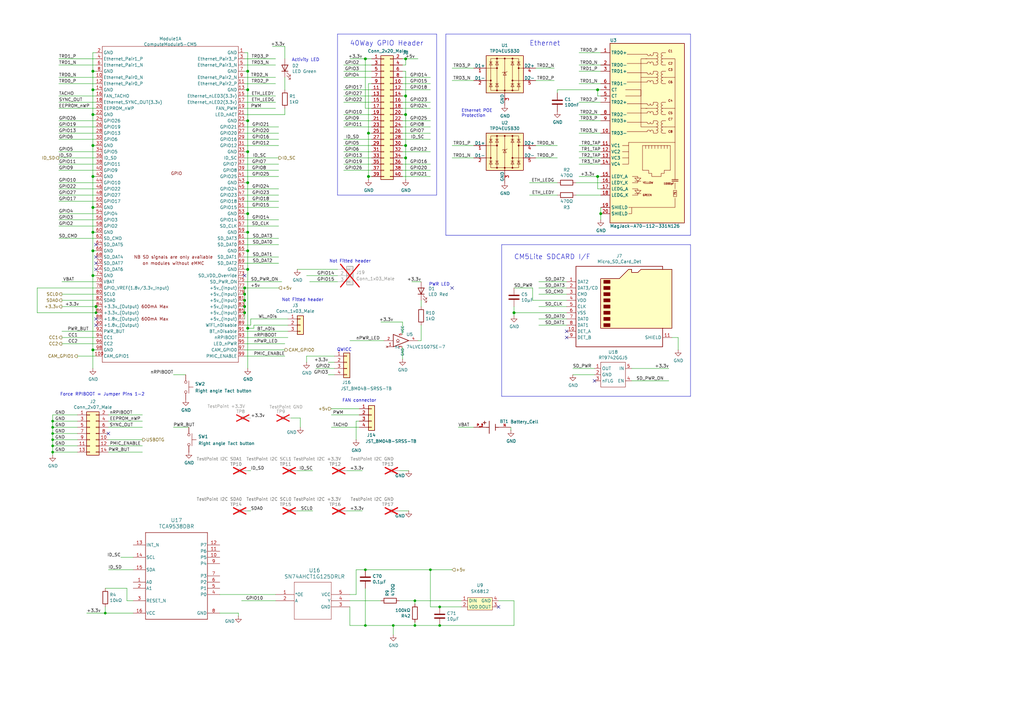
<source format=kicad_sch>
(kicad_sch (version 20250114) (generator "eeschema") (generator_version "9.0")
  (paper "A3")
  (title_block (title "Compute Module 5 IO Board - GPIO - Ethernet") (rev "1") (company "Copyright © 2024 Raspberry Pi Ltd.") (comment 1 "www.raspberrypi.com"))
  (text "QWICC" (at 138.176 144.272 0) (effects (font (size 1.27 1.27)) (justify left bottom)))
  (text "40Way GPIO Header" (at 143.51 19.05 0) (effects (font (size 2.007 2.007)) (justify left bottom)))
  (text "Activity LED" (at 119.634 25.4 0) (effects (font (size 1.27 1.27)) (justify left bottom)))
  (text "FAN connector\n" (at 140.335 165.1 0) (effects (font (size 1.27 1.27)) (justify left bottom)))
  (text "Ethernet POE\nProtection" (at 189.23 48.26 0) (effects (font (size 1.27 1.27)) (justify left bottom)))
  (text "Not Fitted header" (at 132.715 123.825 0) (effects (font (size 1.27 1.27)) (justify right bottom)))
  (text "Force RPIBOOT = Jumper Pins 1-2 \n" (at 60.325 162.56 0) (effects (font (size 1.27 1.27)) (justify right bottom)))
  (text "Not Fitted header" (at 152.146 107.95 0) (effects (font (size 1.27 1.27)) (justify right bottom)))
  (text "PWR LED" (at 175.895 117.475 0) (effects (font (size 1.27 1.27)) (justify left bottom)))
  (text "Ethernet" (at 217.17 19.05 0) (effects (font (size 2.0066 2.0066)) (justify left bottom)))
  (text "CM5Lite SDCARD I/F" (at 210.82 106.68 0) (effects (font (size 2.007 2.007)) (justify left bottom)))
  (junction (at 101.6 36.83) (diameter 1.016))
  (junction (at 245.11 72.39) (diameter 1.016))
  (junction (at 101.6 29.21) (diameter 1.016))
  (junction (at 101.6 102.87) (diameter 1.016))
  (junction (at 38.1 113.03) (diameter 1.016))
  (junction (at 149.86 256.54))
  (junction (at 246.38 87.63) (diameter 1.016))
  (junction (at 38.1 46.99) (diameter 1.016))
  (junction (at 100.33 125.73) (diameter 1.016))
  (junction (at 161.29 256.54))
  (junction (at 151.13 54.61) (diameter 1.016))
  (junction (at 43.18 251.46))
  (junction (at 166.37 39.37) (diameter 1.016))
  (junction (at 21.59 175.26))
  (junction (at 149.86 233.68))
  (junction (at 38.1 72.39) (diameter 1.016))
  (junction (at 100.33 123.19) (diameter 1.016))
  (junction (at 38.1 143.51) (diameter 1.016))
  (junction (at 166.37 59.69) (diameter 1.016))
  (junction (at 38.1 59.69) (diameter 1.016))
  (junction (at 101.6 62.23) (diameter 1.016))
  (junction (at 38.1 95.25) (diameter 1.016))
  (junction (at 100.33 118.11) (diameter 1.016))
  (junction (at 101.6 95.25) (diameter 1.016))
  (junction (at 166.37 64.77) (diameter 1.016))
  (junction (at 170.18 256.54))
  (junction (at 210.82 128.27) (diameter 1.016))
  (junction (at 166.37 24.13) (diameter 1.016))
  (junction (at 101.6 87.63) (diameter 1.016))
  (junction (at 176.53 233.68))
  (junction (at 166.37 46.99) (diameter 1.016))
  (junction (at 170.18 246.38))
  (junction (at 38.1 85.09) (diameter 1.016))
  (junction (at 100.33 120.65) (diameter 1.016))
  (junction (at 38.1 36.83) (diameter 1.016))
  (junction (at 39.37 128.27))
  (junction (at 39.37 125.73) (diameter 1.016))
  (junction (at 21.59 172.72))
  (junction (at 38.1 102.87) (diameter 1.016))
  (junction (at 38.1 29.21) (diameter 1.016))
  (junction (at 21.59 177.8))
  (junction (at 245.11 36.83) (diameter 1.016))
  (junction (at 100.33 128.27) (diameter 1.016))
  (junction (at 180.34 248.92))
  (junction (at 151.13 72.39) (diameter 1.016))
  (junction (at 21.59 185.42))
  (junction (at 101.6 110.49) (diameter 1.016))
  (junction (at 180.34 256.54))
  (junction (at 101.6 134.62) (diameter 1.016))
  (junction (at 101.6 49.53) (diameter 1.016))
  (junction (at 21.59 182.88))
  (junction (at 21.59 180.34))
  (junction (at 101.6 74.93) (diameter 1.016))
  (junction (at 149.86 24.13) (diameter 1.016))
  (no_connect (at 39.37 130.81))
  (no_connect (at 39.37 107.95))
  (no_connect (at 100.33 113.03))
  (no_connect (at 185.42 118.11))
  (no_connect (at 39.37 100.33))
  (no_connect (at 243.84 156.21))
  (no_connect (at 39.37 133.35))
  (no_connect (at 39.37 105.41))
  (no_connect (at 232.41 138.43))
  (no_connect (at 232.41 135.89))
  (no_connect (at 44.45 177.8))
  (no_connect (at 39.37 110.49))
  (no_connect (at 204.47 248.92))
  (wire (pts (xy 275.59 138.43) (xy 278.13 138.43)))
  (wire (pts (xy 101.6 110.49) (xy 101.6 134.62)))
  (polyline (pts (xy 138.43 13.97) (xy 138.43 80.01)) (stroke (width 0) (type solid)))
  (wire (pts (xy 44.45 175.26) (xy 58.42 175.26)))
  (polyline (pts (xy 138.43 80.01) (xy 179.07 80.01)) (stroke (width 0) (type solid)))
  (wire (pts (xy 143.51 256.54) (xy 143.51 248.92)))
  (wire (pts (xy 100.33 135.89) (xy 118.11 135.89)))
  (wire (pts (xy 176.53 233.68) (xy 185.42 233.68)))
  (wire (pts (xy 100.33 102.87) (xy 101.6 102.87)))
  (wire (pts (xy 24.13 90.17) (xy 39.37 90.17)))
  (wire (pts (xy 237.49 41.91) (xy 246.38 41.91)))
  (wire (pts (xy 142.24 193.04) (xy 148.59 193.04)))
  (wire (pts (xy 165.1 52.07) (xy 176.53 52.07)))
  (wire (pts (xy 24.13 44.45) (xy 39.37 44.45)))
  (wire (pts (xy 100.33 95.25) (xy 101.6 95.25)))
  (wire (pts (xy 165.1 34.29) (xy 176.53 34.29)))
  (wire (pts (xy 101.6 102.87) (xy 101.6 110.49)))
  (wire (pts (xy 100.33 100.33) (xy 114.3 100.33)))
  (wire (pts (xy 217.17 74.93) (xy 228.6 74.93)))
  (wire (pts (xy 170.18 256.54) (xy 161.29 256.54)))
  (wire (pts (xy 39.37 128.27) (xy 39.37 125.73)))
  (wire (pts (xy 21.59 172.72) (xy 31.75 172.72)))
  (wire (pts (xy 43.18 241.3) (xy 52.07 241.3)))
  (wire (pts (xy 100.33 118.11) (xy 114.3 118.11)))
  (wire (pts (xy 101.6 36.83) (xy 101.6 49.53)))
  (wire (pts (xy 44.45 172.72) (xy 58.42 172.72)))
  (wire (pts (xy 24.13 92.71) (xy 39.37 92.71)))
  (wire (pts (xy 116.84 31.75) (xy 116.84 36.83)))
  (wire (pts (xy 121.92 209.55) (xy 128.27 209.55)))
  (wire (pts (xy 24.13 31.75) (xy 39.37 31.75)))
  (wire (pts (xy 149.86 241.3) (xy 149.86 256.54)))
  (wire (pts (xy 24.13 77.47) (xy 39.37 77.47)))
  (wire (pts (xy 121.92 193.04) (xy 128.27 193.04)))
  (wire (pts (xy 100.33 29.21) (xy 101.6 29.21)))
  (wire (pts (xy 220.98 120.65) (xy 232.41 120.65)))
  (wire (pts (xy 21.59 170.18) (xy 31.75 170.18)))
  (wire (pts (xy 100.33 90.17) (xy 114.3 90.17)))
  (wire (pts (xy 21.59 185.42) (xy 31.75 185.42)))
  (wire (pts (xy 24.13 82.55) (xy 39.37 82.55)))
  (wire (pts (xy 166.37 64.77) (xy 166.37 59.69)))
  (wire (pts (xy 24.13 80.01) (xy 39.37 80.01)))
  (wire (pts (xy 100.33 34.29) (xy 113.03 34.29)))
  (wire (pts (xy 39.37 36.83) (xy 38.1 36.83)))
  (wire (pts (xy 143.51 246.38) (xy 156.21 246.38)))
  (wire (pts (xy 100.33 44.45) (xy 113.03 44.45)))
  (wire (pts (xy 100.33 31.75) (xy 113.03 31.75)))
  (wire (pts (xy 102.87 133.35) (xy 102.87 130.81)))
  (wire (pts (xy 24.13 67.31) (xy 39.37 67.31)))
  (wire (pts (xy 237.49 59.69) (xy 246.38 59.69)))
  (wire (pts (xy 104.14 133.35) (xy 118.11 133.35)))
  (wire (pts (xy 100.33 87.63) (xy 101.6 87.63)))
  (wire (pts (xy 166.37 39.37) (xy 166.37 46.99)))
  (wire (pts (xy 24.13 39.37) (xy 39.37 39.37)))
  (wire (pts (xy 39.37 21.59) (xy 38.1 21.59)))
  (wire (pts (xy 101.6 21.59) (xy 101.6 29.21)))
  (wire (pts (xy 236.22 80.01) (xy 246.38 80.01)))
  (wire (pts (xy 15.24 118.11) (xy 39.37 118.11)))
  (wire (pts (xy 101.6 29.21) (xy 101.6 36.83)))
  (wire (pts (xy 38.1 143.51) (xy 38.1 151.13)))
  (wire (pts (xy 165.1 67.31) (xy 176.53 67.31)))
  (wire (pts (xy 146.05 172.72) (xy 146.05 180.34)))
  (wire (pts (xy 219.71 33.02) (xy 227.33 33.02)))
  (wire (pts (xy 165.1 142.24) (xy 165.1 147.32)))
  (wire (pts (xy 100.33 57.15) (xy 114.3 57.15)))
  (wire (pts (xy 165.1 137.16) (xy 165.1 132.08)))
  (wire (pts (xy 100.33 143.51) (xy 116.84 143.51)))
  (wire (pts (xy 187.96 175.26) (xy 194.31 175.26)))
  (wire (pts (xy 210.82 246.38) (xy 210.82 256.54)))
  (wire (pts (xy 125.73 148.59) (xy 125.73 146.05)))
  (wire (pts (xy 166.37 46.99) (xy 165.1 46.99)))
  (wire (pts (xy 100.33 107.95) (xy 114.3 107.95)))
  (wire (pts (xy 100.33 80.01) (xy 114.3 80.01)))
  (wire (pts (xy 52.07 246.38) (xy 54.61 246.38)))
  (wire (pts (xy 151.13 72.39) (xy 151.13 73.66)))
  (wire (pts (xy 25.4 138.43) (xy 39.37 138.43)))
  (wire (pts (xy 101.6 95.25) (xy 101.6 102.87)))
  (wire (pts (xy 38.1 72.39) (xy 38.1 85.09)))
  (wire (pts (xy 210.82 128.27) (xy 232.41 128.27)))
  (wire (pts (xy 125.73 146.05) (xy 137.16 146.05)))
  (wire (pts (xy 90.17 243.84) (xy 113.03 243.84)))
  (wire (pts (xy 101.6 49.53) (xy 101.6 62.23)))
  (wire (pts (xy 24.13 74.93) (xy 39.37 74.93)))
  (polyline (pts (xy 182.88 13.97) (xy 283.21 13.97)) (stroke (width 0) (type solid)))
  (wire (pts (xy 100.33 140.97) (xy 116.84 140.97)))
  (wire (pts (xy 165.1 36.83) (xy 176.53 36.83)))
  (wire (pts (xy 149.86 44.45) (xy 152.4 44.45)))
  (wire (pts (xy 39.37 29.21) (xy 38.1 29.21)))
  (wire (pts (xy 21.59 180.34) (xy 31.75 180.34)))
  (wire (pts (xy 44.45 182.88) (xy 58.42 182.88)))
  (polyline (pts (xy 179.07 13.97) (xy 138.43 13.97)) (stroke (width 0) (type solid)))
  (wire (pts (xy 25.4 140.97) (xy 39.37 140.97)))
  (wire (pts (xy 25.4 135.89) (xy 39.37 135.89)))
  (wire (pts (xy 100.33 128.27) (xy 100.33 130.81)))
  (wire (pts (xy 44.45 170.18) (xy 58.42 170.18)))
  (wire (pts (xy 243.84 153.67) (xy 234.95 153.67)))
  (wire (pts (xy 246.38 36.83) (xy 245.11 36.83)))
  (wire (pts (xy 194.31 64.77) (xy 185.42 64.77)))
  (wire (pts (xy 140.97 49.53) (xy 152.4 49.53)))
  (wire (pts (xy 100.33 41.91) (xy 113.03 41.91)))
  (wire (pts (xy 21.59 177.8) (xy 21.59 180.34)))
  (wire (pts (xy 100.33 115.57) (xy 115.57 115.57)))
  (wire (pts (xy 114.3 97.79) (xy 100.33 97.79)))
  (wire (pts (xy 24.13 26.67) (xy 39.37 26.67)))
  (wire (pts (xy 166.37 24.13) (xy 171.45 24.13)))
  (wire (pts (xy 43.18 251.46) (xy 54.61 251.46)))
  (wire (pts (xy 217.17 80.01) (xy 228.6 80.01)))
  (wire (pts (xy 24.13 49.53) (xy 39.37 49.53)))
  (wire (pts (xy 243.84 151.13) (xy 234.95 151.13)))
  (wire (pts (xy 140.97 59.69) (xy 152.4 59.69)))
  (wire (pts (xy 97.79 251.46) (xy 97.79 252.73)))
  (wire (pts (xy 100.33 120.65) (xy 100.33 123.19)))
  (wire (pts (xy 237.49 26.67) (xy 246.38 26.67)))
  (wire (pts (xy 134.62 153.67) (xy 137.16 153.67)))
  (wire (pts (xy 100.33 74.93) (xy 101.6 74.93)))
  (wire (pts (xy 100.33 39.37) (xy 113.03 39.37)))
  (wire (pts (xy 143.51 256.54) (xy 149.86 256.54)))
  (wire (pts (xy 140.97 67.31) (xy 152.4 67.31)))
  (wire (pts (xy 146.05 233.68) (xy 149.86 233.68)))
  (wire (pts (xy 210.82 125.73) (xy 210.82 128.27)))
  (wire (pts (xy 165.1 41.91) (xy 176.53 41.91)))
  (polyline (pts (xy 283.21 162.56) (xy 205.74 162.56)) (stroke (width 0) (type solid)))
  (wire (pts (xy 140.97 46.99) (xy 152.4 46.99)))
  (wire (pts (xy 100.33 138.43) (xy 118.11 138.43)))
  (wire (pts (xy 90.17 251.46) (xy 97.79 251.46)))
  (wire (pts (xy 38.1 95.25) (xy 39.37 95.25)))
  (wire (pts (xy 123.19 175.26) (xy 123.19 171.45)))
  (wire (pts (xy 44.45 185.42) (xy 58.42 185.42)))
  (wire (pts (xy 218.44 123.19) (xy 218.44 118.11)))
  (wire (pts (xy 38.1 102.87) (xy 38.1 113.03)))
  (wire (pts (xy 38.1 85.09) (xy 38.1 95.25)))
  (wire (pts (xy 31.75 146.05) (xy 39.37 146.05)))
  (wire (pts (xy 116.84 19.05) (xy 116.84 24.13)))
  (wire (pts (xy 35.56 251.46) (xy 43.18 251.46)))
  (wire (pts (xy 152.4 34.29) (xy 151.13 34.29)))
  (wire (pts (xy 163.83 193.04) (xy 167.64 193.04)))
  (wire (pts (xy 237.49 64.77) (xy 246.38 64.77)))
  (wire (pts (xy 21.59 175.26) (xy 31.75 175.26)))
  (wire (pts (xy 125.73 113.03) (xy 138.43 113.03)))
  (wire (pts (xy 236.22 74.93) (xy 246.38 74.93)))
  (wire (pts (xy 149.86 233.68) (xy 176.53 233.68)))
  (wire (pts (xy 43.18 248.92) (xy 43.18 251.46)))
  (wire (pts (xy 140.97 62.23) (xy 152.4 62.23)))
  (wire (pts (xy 237.49 29.21) (xy 246.38 29.21)))
  (wire (pts (xy 165.1 72.39) (xy 176.53 72.39)))
  (wire (pts (xy 165.1 24.13) (xy 166.37 24.13)))
  (wire (pts (xy 104.14 134.62) (xy 104.14 133.35)))
  (wire (pts (xy 101.6 134.62) (xy 101.6 151.13)))
  (wire (pts (xy 278.13 138.43) (xy 278.13 143.51)))
  (wire (pts (xy 121.92 110.49) (xy 138.43 110.49)))
  (wire (pts (xy 38.1 59.69) (xy 38.1 72.39)))
  (wire (pts (xy 21.59 177.8) (xy 31.75 177.8)))
  (wire (pts (xy 38.1 113.03) (xy 39.37 113.03)))
  (wire (pts (xy 38.1 72.39) (xy 39.37 72.39)))
  (wire (pts (xy 24.13 54.61) (xy 39.37 54.61)))
  (wire (pts (xy 134.62 148.59) (xy 137.16 148.59)))
  (wire (pts (xy 100.33 52.07) (xy 114.3 52.07)))
  (wire (pts (xy 180.34 256.54) (xy 210.82 256.54)))
  (wire (pts (xy 246.38 87.63) (xy 246.38 90.17)))
  (wire (pts (xy 189.23 248.92) (xy 180.34 248.92)))
  (wire (pts (xy 24.13 97.79) (xy 39.37 97.79)))
  (wire (pts (xy 237.49 49.53) (xy 246.38 49.53)))
  (wire (pts (xy 24.13 24.13) (xy 39.37 24.13)))
  (polyline (pts (xy 283.21 100.33) (xy 283.21 162.56)) (stroke (width 0) (type solid)))
  (wire (pts (xy 100.33 62.23) (xy 101.6 62.23)))
  (wire (pts (xy 143.51 24.13) (xy 149.86 24.13)))
  (wire (pts (xy 246.38 85.09) (xy 246.38 87.63)))
  (wire (pts (xy 100.33 24.13) (xy 113.03 24.13)))
  (wire (pts (xy 100.33 36.83) (xy 101.6 36.83)))
  (wire (pts (xy 38.1 95.25) (xy 38.1 102.87)))
  (wire (pts (xy 101.6 209.55) (xy 102.87 209.55)))
  (wire (pts (xy 172.72 133.35) (xy 172.72 139.7)))
  (wire (pts (xy 129.54 151.13) (xy 137.16 151.13)))
  (wire (pts (xy 39.37 143.51) (xy 38.1 143.51)))
  (wire (pts (xy 204.47 246.38) (xy 210.82 246.38)))
  (wire (pts (xy 24.13 57.15) (xy 39.37 57.15)))
  (wire (pts (xy 127 115.57) (xy 138.43 115.57)))
  (wire (pts (xy 166.37 64.77) (xy 166.37 73.66)))
  (wire (pts (xy 185.42 59.69) (xy 194.31 59.69)))
  (wire (pts (xy 245.11 39.37) (xy 245.11 36.83)))
  (wire (pts (xy 220.98 130.81) (xy 232.41 130.81)))
  (wire (pts (xy 25.4 123.19) (xy 39.37 123.19)))
  (wire (pts (xy 38.1 113.03) (xy 38.1 143.51)))
  (wire (pts (xy 165.1 132.08) (xy 156.21 132.08)))
  (wire (pts (xy 237.49 72.39) (xy 245.11 72.39)))
  (wire (pts (xy 172.72 123.19) (xy 172.72 125.73)))
  (wire (pts (xy 228.6 36.83) (xy 245.11 36.83)))
  (wire (pts (xy 102.87 130.81) (xy 118.11 130.81)))
  (wire (pts (xy 100.33 146.05) (xy 116.84 146.05)))
  (wire (pts (xy 220.98 115.57) (xy 232.41 115.57)))
  (wire (pts (xy 100.33 64.77) (xy 114.3 64.77)))
  (wire (pts (xy 140.97 36.83) (xy 152.4 36.83)))
  (wire (pts (xy 259.08 151.13) (xy 274.32 151.13)))
  (wire (pts (xy 101.6 87.63) (xy 101.6 95.25)))
  (wire (pts (xy 146.05 233.68) (xy 146.05 243.84)))
  (wire (pts (xy 147.32 172.72) (xy 146.05 172.72)))
  (wire (pts (xy 100.33 54.61) (xy 114.3 54.61)))
  (wire (pts (xy 245.11 77.47) (xy 245.11 72.39)))
  (wire (pts (xy 237.49 21.59) (xy 246.38 21.59)))
  (wire (pts (xy 116.84 46.99) (xy 116.84 44.45)))
  (wire (pts (xy 100.33 133.35) (xy 102.87 133.35)))
  (wire (pts (xy 100.33 69.85) (xy 114.3 69.85)))
  (wire (pts (xy 114.3 105.41) (xy 100.33 105.41)))
  (wire (pts (xy 163.83 209.55) (xy 167.64 209.55)))
  (polyline (pts (xy 283.21 96.52) (xy 182.88 96.52)) (stroke (width 0) (type solid)))
  (wire (pts (xy 163.83 246.38) (xy 170.18 246.38)))
  (wire (pts (xy 140.97 29.21) (xy 152.4 29.21)))
  (wire (pts (xy 219.71 27.94) (xy 227.33 27.94)))
  (wire (pts (xy 123.19 171.45) (xy 119.38 171.45)))
  (wire (pts (xy 21.59 180.34) (xy 21.59 182.88)))
  (wire (pts (xy 170.18 246.38) (xy 189.23 246.38)))
  (polyline (pts (xy 182.88 96.52) (xy 182.88 13.97)) (stroke (width 0) (type solid)))
  (wire (pts (xy 170.18 256.54) (xy 180.34 256.54)))
  (wire (pts (xy 209.55 176.53) (xy 209.55 175.26)))
  (wire (pts (xy 100.33 85.09) (xy 114.3 85.09)))
  (polyline (pts (xy 205.74 162.56) (xy 205.74 100.33)) (stroke (width 0) (type solid)))
  (wire (pts (xy 135.89 170.18) (xy 147.32 170.18)))
  (wire (pts (xy 140.97 26.67) (xy 152.4 26.67)))
  (wire (pts (xy 166.37 59.69) (xy 166.37 46.99)))
  (wire (pts (xy 24.13 34.29) (xy 39.37 34.29)))
  (wire (pts (xy 165.1 31.75) (xy 176.53 31.75)))
  (wire (pts (xy 71.12 153.67) (xy 76.2 153.67)))
  (wire (pts (xy 165.1 62.23) (xy 176.53 62.23)))
  (wire (pts (xy 140.97 57.15) (xy 152.4 57.15)))
  (wire (pts (xy 185.42 27.94) (xy 194.31 27.94)))
  (wire (pts (xy 25.4 125.73) (xy 39.37 125.73)))
  (wire (pts (xy 99.06 246.38) (xy 113.03 246.38)))
  (wire (pts (xy 165.1 59.69) (xy 166.37 59.69)))
  (wire (pts (xy 100.33 59.69) (xy 114.3 59.69)))
  (wire (pts (xy 166.37 39.37) (xy 165.1 39.37)))
  (wire (pts (xy 245.11 72.39) (xy 246.38 72.39)))
  (wire (pts (xy 135.89 175.26) (xy 147.32 175.26)))
  (polyline (pts (xy 205.74 100.33) (xy 283.21 100.33)) (stroke (width 0) (type solid)))
  (wire (pts (xy 151.13 34.29) (xy 151.13 54.61)))
  (wire (pts (xy 114.3 92.71) (xy 100.33 92.71)))
  (wire (pts (xy 100.33 67.31) (xy 114.3 67.31)))
  (wire (pts (xy 140.97 31.75) (xy 152.4 31.75)))
  (wire (pts (xy 140.97 39.37) (xy 152.4 39.37)))
  (polyline (pts (xy 179.07 13.97) (xy 179.07 80.01)) (stroke (width 0) (type solid)))
  (polyline (pts (xy 283.21 13.97) (xy 283.21 96.52)) (stroke (width 0) (type solid)))
  (wire (pts (xy 149.86 24.13) (xy 149.86 44.45)))
  (wire (pts (xy 21.59 182.88) (xy 31.75 182.88)))
  (wire (pts (xy 166.37 29.21) (xy 166.37 39.37)))
  (wire (pts (xy 24.13 64.77) (xy 39.37 64.77)))
  (wire (pts (xy 142.24 209.55) (xy 148.59 209.55)))
  (wire (pts (xy 172.72 139.7) (xy 171.45 139.7)))
  (wire (pts (xy 165.1 26.67) (xy 166.37 26.67)))
  (wire (pts (xy 180.34 248.92) (xy 176.53 248.92)))
  (wire (pts (xy 161.29 260.35) (xy 161.29 256.54)))
  (wire (pts (xy 25.4 120.65) (xy 39.37 120.65)))
  (wire (pts (xy 38.1 36.83) (xy 38.1 46.99)))
  (wire (pts (xy 101.6 193.04) (xy 102.87 193.04)))
  (wire (pts (xy 100.33 46.99) (xy 116.84 46.99)))
  (wire (pts (xy 151.13 72.39) (xy 152.4 72.39)))
  (wire (pts (xy 185.42 33.02) (xy 194.31 33.02)))
  (wire (pts (xy 24.13 52.07) (xy 39.37 52.07)))
  (wire (pts (xy 151.13 54.61) (xy 152.4 54.61)))
  (wire (pts (xy 170.18 256.54) (xy 170.18 255.27)))
  (wire (pts (xy 140.97 69.85) (xy 152.4 69.85)))
  (wire (pts (xy 237.49 67.31) (xy 246.38 67.31)))
  (wire (pts (xy 219.71 59.69) (xy 228.6 59.69)))
  (wire (pts (xy 172.72 115.57) (xy 168.91 115.57)))
  (wire (pts (xy 21.59 185.42) (xy 21.59 186.69)))
  (wire (pts (xy 100.33 72.39) (xy 114.3 72.39)))
  (wire (pts (xy 25.4 115.57) (xy 39.37 115.57)))
  (wire (pts (xy 38.1 29.21) (xy 38.1 36.83)))
  (wire (pts (xy 49.53 228.6) (xy 54.61 228.6)))
  (wire (pts (xy 100.33 21.59) (xy 101.6 21.59)))
  (wire (pts (xy 165.1 49.53) (xy 176.53 49.53)))
  (wire (pts (xy 237.49 34.29) (xy 246.38 34.29)))
  (wire (pts (xy 100.33 110.49) (xy 101.6 110.49)))
  (wire (pts (xy 176.53 248.92) (xy 176.53 233.68)))
  (wire (pts (xy 246.38 77.47) (xy 245.11 77.47)))
  (wire (pts (xy 143.51 139.7) (xy 157.48 139.7)))
  (wire (pts (xy 24.13 69.85) (xy 39.37 69.85)))
  (wire (pts (xy 24.13 87.63) (xy 39.37 87.63)))
  (wire (pts (xy 100.33 118.11) (xy 100.33 120.65)))
  (wire (pts (xy 21.59 170.18) (xy 21.59 172.72)))
  (wire (pts (xy 111.76 19.05) (xy 116.84 19.05)))
  (wire (pts (xy 210.82 128.27) (xy 210.82 129.54)))
  (wire (pts (xy 100.33 49.53) (xy 101.6 49.53)))
  (wire (pts (xy 151.13 54.61) (xy 151.13 72.39)))
  (wire (pts (xy 15.24 118.11) (xy 15.24 128.27)))
  (wire (pts (xy 100.33 26.67) (xy 113.03 26.67)))
  (wire (pts (xy 232.41 123.19) (xy 218.44 123.19)))
  (wire (pts (xy 165.1 44.45) (xy 176.53 44.45)))
  (wire (pts (xy 24.13 62.23) (xy 39.37 62.23)))
  (wire (pts (xy 237.49 46.99) (xy 246.38 46.99)))
  (wire (pts (xy 237.49 62.23) (xy 246.38 62.23)))
  (wire (pts (xy 219.71 64.77) (xy 228.6 64.77)))
  (wire (pts (xy 24.13 41.91) (xy 39.37 41.91)))
  (wire (pts (xy 259.08 156.21) (xy 274.32 156.21)))
  (wire (pts (xy 21.59 172.72) (xy 21.59 175.26)))
  (wire (pts (xy 101.6 74.93) (xy 101.6 87.63)))
  (wire (pts (xy 161.29 256.54) (xy 149.86 256.54)))
  (wire (pts (xy 100.33 123.19) (xy 100.33 125.73)))
  (wire (pts (xy 228.6 38.1) (xy 228.6 36.83)))
  (wire (pts (xy 232.41 118.11) (xy 220.98 118.11)))
  (wire (pts (xy 140.97 64.77) (xy 152.4 64.77)))
  (wire (pts (xy 38.1 46.99) (xy 39.37 46.99)))
  (wire (pts (xy 140.97 52.07) (xy 152.4 52.07)))
  (wire (pts (xy 71.12 175.26) (xy 77.47 175.26)))
  (wire (pts (xy 237.49 54.61) (xy 246.38 54.61)))
  (wire (pts (xy 140.97 41.91) (xy 152.4 41.91)))
  (wire (pts (xy 52.07 241.3) (xy 52.07 246.38)))
  (wire (pts (xy 38.1 21.59) (xy 38.1 29.21)))
  (wire (pts (xy 135.89 167.64) (xy 147.32 167.64)))
  (wire (pts (xy 170.18 247.65) (xy 170.18 246.38)))
  (wire (pts (xy 38.1 85.09) (xy 39.37 85.09)))
  (wire (pts (xy 165.1 64.77) (xy 166.37 64.77)))
  (wire (pts (xy 100.33 125.73) (xy 100.33 128.27)))
  (wire (pts (xy 100.33 77.47) (xy 114.3 77.47)))
  (wire (pts (xy 38.1 102.87) (xy 39.37 102.87)))
  (wire (pts (xy 38.1 59.69) (xy 39.37 59.69)))
  (wire (pts (xy 152.4 24.13) (xy 149.86 24.13)))
  (wire (pts (xy 165.1 69.85) (xy 176.53 69.85)))
  (wire (pts (xy 210.82 118.11) (xy 218.44 118.11)))
  (wire (pts (xy 146.05 243.84) (xy 143.51 243.84)))
  (wire (pts (xy 246.38 39.37) (xy 245.11 39.37)))
  (wire (pts (xy 232.41 125.73) (xy 220.98 125.73)))
  (wire (pts (xy 15.24 128.27) (xy 39.37 128.27)))
  (wire (pts (xy 166.37 26.67) (xy 166.37 24.13)))
  (wire (pts (xy 232.41 133.35) (xy 220.98 133.35)))
  (wire (pts (xy 44.45 233.68) (xy 54.61 233.68)))
  (wire (pts (xy 44.45 180.34) (xy 58.42 180.34)))
  (wire (pts (xy 21.59 182.88) (xy 21.59 185.42)))
  (wire (pts (xy 100.33 82.55) (xy 114.3 82.55)))
  (wire (pts (xy 101.6 62.23) (xy 101.6 74.93)))
  (wire (pts (xy 38.1 46.99) (xy 38.1 59.69)))
  (wire (pts (xy 165.1 57.15) (xy 176.53 57.15)))
  (wire (pts (xy 21.59 175.26) (xy 21.59 177.8)))
  (wire (pts (xy 101.6 134.62) (xy 104.14 134.62)))
  (wire (pts (xy 165.1 54.61) (xy 176.53 54.61)))
  (wire (pts (xy 165.1 29.21) (xy 166.37 29.21)))
  (label "GPIO24" (at 175.26 44.45 180))
  (label "SD_DAT2" (at 111.76 107.95 180))
  (label "+5v" (at 170.18 24.13 180))
  (label "GPIO5" (at 24.13 62.23 0))
  (label "TRD3_N" (at 103.124 26.67 0))
  (label "ID_SC" (at 128.27 193.04 180))
  (label "GPIO2" (at 24.13 92.71 0))
  (label "GPIO9" (at 24.13 69.85 0))
  (label "TRD3_N" (at 245.11 54.61 180))
  (label "+3.3v" (at 102.87 171.45 0))
  (label "ETH_LEDG" (at 103.124 41.91 0))
  (label "SD_DAT1" (at 111.76 105.41 180))
  (label "TRD1_N" (at 193.04 64.77 180))
  (label "+3.3v" (at 148.59 24.13 180))
  (label "GPIO10" (at 24.13 74.93 0))
  (label "TRD3_P" (at 103.124 24.13 0))
  (label "GPIO6" (at 24.13 57.15 0))
  (label "TRD0_P" (at 227.33 64.77 180))
  (label "TRD3_P" (at 193.04 27.94 180))
  (label "GPIO8" (at 173.99 52.07 180))
  (label "+3.3v" (at 143.51 209.55 0))
  (label "GPIO20" (at 110.49 54.61 180))
  (label "SD_DAT2" (at 223.52 115.57 0))
  (label "GPIO25" (at 110.49 72.39 180))
  (label "GPIO2" (at 147.32 26.67 180))
  (label "SD_DAT0" (at 111.76 100.33 180))
  (label "GPIO26" (at 148.59 69.85 180))
  (label "GPIO15" (at 110.49 85.09 180))
  (label "GPIO13" (at 24.13 54.61 0))
  (label "TRD1_P" (at 193.04 59.69 180))
  (label "GPIO7" (at 109.22 67.31 180))
  (label "GPIO14" (at 110.49 90.17 180))
  (label "BT_nDis" (at 112.8776 135.89 180))
  (label "SD_PWR_ON" (at 260.985 156.21 0))
  (label "GPIO7" (at 173.99 54.61 180))
  (label "ETH_LEDY" (at 103.124 39.37 0))
  (label "SD_PWR_ON" (at 102.87 115.57 0))
  (label "+3.3v" (at 143.51 193.04 0))
  (label "PWM" (at 102.87 44.45 0))
  (label "GPIO4" (at 24.13 87.63 0))
  (label "GPIO10" (at 148.59 46.99 180))
  (label "TRD1_P" (at 24.13 24.13 0))
  (label "CC1" (at 27.94 138.43 0))
  (label "TRD1_P" (at 245.11 29.21 180))
  (label "WL_nDis" (at 113.665 130.81 180))
  (label "GPIO6" (at 147.32 62.23 180))
  (label "+3.3v" (at 274.32 151.13 180))
  (label "GPIO17" (at 148.59 36.83 180))
  (label "+3.3v" (at 116.84 19.05 180))
  (label "SCL0" (at 128.27 209.55 180))
  (label "GPIO19" (at 148.59 67.31 180))
  (label "GND" (at 26.67 182.88 180))
  (label "SD_DAT3" (at 111.76 97.79 180))
  (label "GPIO27" (at 24.13 80.01 0))
  (label "EEPROM_nWP" (at 24.13 44.45 0))
  (label "SD_PWR" (at 210.82 118.11 0))
  (label "GPIO9" (at 147.32 49.53 180))
  (label "GPIO20" (at 175.26 69.85 180))
  (label "SD_DAT0" (at 223.52 130.81 0))
  (label "GPIO21" (at 110.49 52.07 180))
  (label "GPIO23" (at 110.49 80.01 180))
  (label "ID_SD" (at 147.32 57.15 180))
  (label "GPIO16" (at 175.26 67.31 180))
  (label "TRD0_N" (at 24.13 31.75 0))
  (label "+3.3v" (at 35.56 251.46 0))
  (label "TRD3_P" (at 245.11 49.53 180))
  (label "ETH_LEDY" (at 227.33 80.01 180))
  (label "TRD0_N" (at 227.33 59.69 180))
  (label "TRD2_N" (at 227.33 27.94 180))
  (label "ETH_LEDG" (at 227.33 74.93 180))
  (label "TRD0_N" (at 245.11 26.67 180))
  (label "GPIO3" (at 134.62 153.67 180))
  (label "TR2_TAP" (at 246.38 64.77 180))
  (label "GPIO22" (at 148.59 41.91 180))
  (label "GPIO2" (at 129.54 151.13 0))
  (label "SYNC_OUT" (at 54.61 175.26 180))
  (label "PWR_BUT" (at 71.12 175.26 0))
  (label "GPIO18" (at 175.26 36.83 180))
  (label "SD_DAT3" (at 223.52 118.11 0))
  (label "SD_CLK" (at 110.49 92.71 180))
  (label "GND" (at 26.67 170.18 180))
  (label "GPIO16" (at 110.49 57.15 180))
  (label "GPIO12" (at 110.49 59.69 180))
  (label "GPIO23" (at 175.26 41.91 180))
  (label "+3.3v" (at 26.67 125.73 0))
  (label "SD_CMD" (at 223.52 120.65 0))
  (label "PWM" (at 136.525 170.18 0))
  (label "ID_SC" (at 173.99 57.15 180))
  (label "GPIO8" (at 109.22 69.85 180))
  (label "GPIO17" (at 24.13 82.55 0))
  (label "SYNC_OUT" (at 24.13 41.91 0))
  (label "nPWR_LED" (at 146.05 139.7 0))
  (label "SD_PWR" (at 234.95 151.13 0))
  (label "SD_DAT1" (at 223.52 133.35 0))
  (label "TRD0_P" (at 245.11 21.59 180))
  (label "GPIO18" (at 110.49 82.55 180))
  (label "TRD2_N" (at 102.87 31.75 0))
  (label "GPIO15" (at 175.26 34.29 180))
  (label "GPIO5" (at 147.32 59.69 180))
  (label "nPWR_LED" (at 104.14 140.97 0))
  (label "PMIC_ENABLE" (at 57.785 182.88 180))
  (label "GPIO3" (at 147.32 29.21 180))
  (label "TRD0_P" (at 24.13 34.29 0))
  (label "nRPIBOOT" (at 54.356 170.18 180))
  (label "VBAT" (at 30.48 115.57 180))
  (label "GND" (at 26.67 177.8 180))
  (label "GND" (at 26.67 185.42 180))
  (label "GPIO26" (at 24.13 49.53 0))
  (label "TACHO" (at 136.525 175.26 0))
  (label "+3.3v" (at 134.62 148.59 180))
  (label "PWR_BUT" (at 27.686 135.89 0))
  (label "ID_SD" (at 102.87 193.04 0))
  (label "GPIO12" (at 175.26 62.23 180))
  (label "+3.3v" (at 161.29 132.08 180))
  (label "nRPIBOOT" (at 104.14 138.43 0))
  (label "EEPROM_nWP" (at 57.658 172.72 180))
  (label "GPIO11" (at 24.13 67.31 0))
  (label "ID_SD" (at 24.13 64.77 0))
  (label "TRD1_N" (at 24.13 26.67 0))
  (label "GPIO24" (at 110.49 77.47 180))
  (label "GND" (at 26.67 175.26 180))
  (label "TRD3_N" (at 193.04 33.02 180))
  (label "GPIO27" (at 148.59 39.37 180))
  (label "TR1_TAP" (at 246.38 62.23 180))
  (label "ID_SC" (at 109.22 64.77 180))
  (label "TRD2_P" (at 245.11 41.91 180))
  (label "GPIO21" (at 175.26 72.39 180))
  (label "CC2" (at 27.94 140.97 0))
  (label "GPIO14" (at 175.26 31.75 180))
  (label "TACHO" (at 24.13 39.37 0))
  (label "GPIO25" (at 175.26 49.53 180))
  (label "TRD2_N" (at 245.11 46.99 180))
  (label "TR0_TAP" (at 246.38 59.69 180))
  (label "+5v" (at 106.68 118.11 180))
  (label "SD_CMD" (at 24.13 97.79 0))
  (label "ID_SD" (at 44.45 233.68 0))
  (label "TRD1_N" (at 245.11 34.29 180))
  (label "PMIC_ENABLE" (at 116.84 146.05 180))
  (label "+3.3v" (at 172.72 115.57 180))
  (label "GPIO13" (at 148.59 64.77 180))
  (label "TRD2_P" (at 103.124 34.29 0))
  (label "GND" (at 26.67 172.72 180))
  (label "GPIO15" (at 137.16 115.57 180))
  (label "GPIO19" (at 24.13 52.07 0))
  (label "nRPIBOOT" (at 71.12 153.67 180))
  (label "GPIO11" (at 148.59 52.07 180))
  (label "ID_SC" (at 49.53 228.6 180))
  (label "PWR_BUT" (at 44.45 185.42 0))
  (label "SDA0" (at 102.87 209.55 0))
  (label "TR3_TAP" (at 246.38 67.31 180))
  (label "SD_CLK" (at 223.52 125.73 0))
  (label "GND" (at 26.67 180.34 180))
  (label "GPIO4" (at 147.32 31.75 180))
  (label "+3.3v" (at 243.84 72.39 180))
  (label "GPIO10" (at 107.95 246.38 180))
  (label "GPIO22" (at 24.13 77.47 0))
  (label "GPIO14" (at 137.16 113.03 180))
  (label "VBAT" (at 187.96 175.26 0))
  (label "TRD2_P" (at 227.33 33.02 180))
  (label "GPIO3" (at 24.13 90.17 0))
  (hierarchical_label "CC1" (shape output) (at 25.4 138.43 180))
  (hierarchical_label "ID_SD" (shape output) (at 24.13 64.77 180))
  (hierarchical_label "SDA0" (shape output) (at 25.4 123.19 180))
  (hierarchical_label "CAM_GPIO1" (shape output) (at 31.75 146.05 180))
  (hierarchical_label "CC2" (shape output) (at 25.4 140.97 180))
  (hierarchical_label "+3.3v" (shape output) (at 25.4 125.73 180))
  (hierarchical_label "ID_SC" (shape output) (at 114.3 64.77 0))
  (hierarchical_label "SCL0" (shape output) (at 25.4 120.65 180))
  (hierarchical_label "+5v" (shape input) (at 135.89 167.64 180))
  (hierarchical_label "CAM_GPIO0" (shape output) (at 116.84 143.51 0))
  (hierarchical_label "+5v" (shape input) (at 185.42 233.68 0))
  (hierarchical_label "+5v" (shape input) (at 114.3 118.11 0))
  (hierarchical_label "USBOTG" (shape output) (at 58.42 180.34 0))
  (symbol (lib_id "CM5IO:74LVC1G07_copy") (at 165.1 139.7 0) (unit 1)
    (property "Reference" "U5" (at 166.624 137.16 0) (effects (justify left)))
    (property "Value" "74LVC1G07SE-7" (at 166.624 142.24 0) (effects (justify left)))
    (property "Footprint" "Package_TO_SOT_SMD:SOT-353_SC-70-5" (effects (hide yes)))
    (property "Datasheet" "https://www.diodes.com/assets/Datasheets/74LVC1G07.pdf" (effects (hide yes)))
    (property "Part Description" "Buffer, Non-Inverting, 1 Element, 1 Bit per Element, Open Drain, Output SOT-353" (effects (hide yes)))
    (property "Dist. P/N" "74LVC1G07SE-7DITR-ND" (effects (hide yes)))
    (property "Distributor" "Digikey" (effects (hide yes)))
    (property "Manf. P/N" "74LVC1G07SE-7" (effects (hide yes)))
    (property "Manufacturer" "Diodes Inc." (effects (hide yes)))
  )
  (symbol (lib_id "CM5IO:RT9742GGJ5") (at 252.73 161.29 0) (unit 1)
    (property "Reference" "U18" (at 251.46 144.399 0))
    (property "Value" "RT9742GGJ5" (at 251.46 146.7104 0))
    (property "Footprint" "Package_TO_SOT_SMD:SOT-23-5" (effects (hide yes)))
    (property "Datasheet" "https://www.richtek.com/SaveDownload.aspx?specid=RT9742" (effects (hide yes)))
    (property "Part Description" "Power Switch/Driver, 1:1, N-Channel, 1A, TSOT-23-5" (effects (hide yes)))
    (property "Dist. P/N" "1028-1436-2-ND" (effects (hide yes)))
    (property "Distributor" "Digikey" (effects (hide yes)))
    (property "Manf. P/N" "RT9742GGJ5" (effects (hide yes)))
    (property "Manufacturer" "RichTek" (effects (hide yes)))
  )
  (symbol (lib_id "power:GND") (at 234.95 153.67 0) (unit 1)
    (property "Reference" "#PWR0113" (effects (hide yes)))
    (property "Value" "GND" (at 235.077 158.0642 0))
    (property "Description" "Power symbol creates a global label with name \"GND\" , ground" (effects (hide yes)))
  )
  (symbol (lib_id "CM5IO:ComputeModule5-CM5") (at 72.39 77.47 0) (unit 1)
    (property "Reference" "Module1" (at 69.85 15.875 0))
    (property "Value" "ComputeModule5-CM5" (at 69.85 18.1864 0))
    (property "Footprint" "libreboard:Raspberry-Pi-5-Compute-Module" (effects (hide yes)))
    (property "Datasheet" "https://cdn.amphenol-cs.com/media/wysiwyg/files/drawing/10164227.pdf" (effects (hide yes)))
    (property "Description" "RaspberryPi Compute module 5" (effects (hide yes)))
    (property "Part Description" "Connector, CM Receptacle, 100 pin, 0.4mm P" (effects (hide yes)))
    (property "Dist. P/N" "609-10164227-1001A1RLFTR-ND" (effects (hide yes)))
    (property "Distributor" "Digikey" (effects (hide yes)))
    (property "Manf. P/N" "10164227-1001A1RLF x2" (effects (hide yes)))
    (property "Manufacturer" "Amphenol" (effects (hide yes)))
  )
  (symbol (lib_id "Device:C") (at 228.6 41.91 0) (unit 1)
    (property "Reference" "C1" (at 231.521 40.7416 0) (effects (justify left)))
    (property "Value" "100nF" (at 231.521 43.053 0) (effects (justify left)))
    (property "Footprint" "Capacitor_SMD:C_0402_1005Metric" (effects (hide yes)))
    (property "Description" "Unpolarized capacitor" (effects (hide yes)))
    (property "Part Description" "Capacitor, Ceramic, 0.1µF, ±10%, 6.3V, X5R, 0402 (1005m)" (effects (hide yes)))
    (property "Dist. P/N" "478-11504-2-ND" (effects (hide yes)))
    (property "Distributor" "Digikey" (effects (hide yes)))
    (property "Manf. P/N" "04026D104KAT4A" (effects (hide yes)))
    (property "Manufacturer" "Kyocera" (effects (hide yes)))
  )
  (symbol (lib_id "power:GND") (at 228.6 45.72 0) (unit 1)
    (property "Reference" "#PWR0101" (effects (hide yes)))
    (property "Value" "GND" (at 228.727 50.1142 0))
    (property "Description" "Power symbol creates a global label with name \"GND\" , ground" (effects (hide yes)))
  )
  (symbol (lib_id "Connector_Generic:Conn_02x20_Odd_Even") (at 157.48 46.99 0) (unit 1)
    (property "Reference" "J8" (at 166.37 21.59 0))
    (property "Value" "Conn_2x20_Male" (at 158.75 20.9296 0))
    (property "Footprint" "Connector_PinHeader_2.54mm:PinHeader_2x20_P2.54mm_Vertical" (effects (hide yes)))
    (property "Description" "Generic connector, double row, 02x20, odd/even pin numbering scheme (row 1 odd numbers, row 2 even numbers), script generated (kicad-library-utils/schlib/autogen/connector/)" (effects (hide yes)))
    (property "Part Description" "Pin Header, Male, 2x20, 2.54mm P, Vertical" (effects (hide yes)))
    (property "Dist. P/N" "WM19411-ND" (effects (hide yes)))
    (property "Distributor" "Digikey" (effects (hide yes)))
    (property "Manf. P/N" "0010897400" (effects (hide yes)))
    (property "Manufacturer" "Molex" (effects (hide yes)))
  )
  (symbol (lib_id "Device:C") (at 210.82 121.92 0) (unit 1)
    (property "Reference" "C5" (at 213.741 120.7516 0) (effects (justify left)))
    (property "Value" "10µF" (at 213.741 123.063 0) (effects (justify left)))
    (property "Footprint" "Capacitor_SMD:C_0805_2012Metric" (effects (hide yes)))
    (property "Description" "Unpolarized capacitor" (effects (hide yes)))
    (property "Part Description" "Capacitor, Ceramic, 10µF, ±10%, 10V, X5R, 0805 (2012m)" (effects (hide yes)))
    (property "Dist. P/N" "478-KGM21AR51A106KUTR-ND" (effects (hide yes)))
    (property "Distributor" "Digikey" (effects (hide yes)))
    (property "Manf. P/N" "0805ZD106KAT2A" (effects (hide yes)))
    (property "Manufacturer" "Kyocera" (effects (hide yes)))
  )
  (symbol (lib_id "power:GND") (at 166.37 73.66 0) (unit 1)
    (property "Reference" "#PWR0102" (effects (hide yes)))
    (property "Value" "GND" (at 166.497 78.0542 0))
    (property "Description" "Power symbol creates a global label with name \"GND\" , ground" (effects (hide yes)))
  )
  (symbol (lib_id "power:GND") (at 151.13 73.66 0) (unit 1)
    (property "Reference" "#PWR0103" (effects (hide yes)))
    (property "Value" "GND" (at 151.257 78.0542 0))
    (property "Description" "Power symbol creates a global label with name \"GND\" , ground" (effects (hide yes)))
  )
  (symbol (lib_id "Device:R") (at 232.41 74.93 270) (unit 1)
    (property "Reference" "R2" (at 232.41 69.6722 90))
    (property "Value" "470Ω" (at 232.41 71.9836 90))
    (property "Footprint" "Resistor_SMD:R_0402_1005Metric" (effects (hide yes)))
    (property "Description" "Resistor" (effects (hide yes)))
    (property "Part Description" "Resistor, 470Ω, ±1%, 0.1W, SMD 0402 (1005m)" (effects (hide yes)))
    (property "Dist. P/N" "P470LTR-ND" (effects (hide yes)))
    (property "Distributor" "Digikey" (effects (hide yes)))
    (property "Manf. P/N" "ERJ-2RKF4700X" (effects (hide yes)))
    (property "Manufacturer" "Panasonic" (effects (hide yes)))
  )
  (symbol (lib_id "Device:R") (at 232.41 80.01 270) (unit 1)
    (property "Reference" "R3" (at 232.41 85.09 90))
    (property "Value" "470Ω" (at 232.41 82.55 90))
    (property "Footprint" "Resistor_SMD:R_0402_1005Metric" (effects (hide yes)))
    (property "Description" "Resistor" (effects (hide yes)))
    (property "Part Description" "Resistor, 470Ω, ±1%, 0.1W, SMD 0402 (1005m)" (effects (hide yes)))
    (property "Dist. P/N" "P470LTR-ND" (effects (hide yes)))
    (property "Distributor" "Digikey" (effects (hide yes)))
    (property "Manf. P/N" "ERJ-2RKF4700X" (effects (hide yes)))
    (property "Manufacturer" "Panasonic" (effects (hide yes)))
  )
  (symbol (lib_id "power:GND") (at 38.1 151.13 0) (unit 1)
    (property "Reference" "#PWR0104" (effects (hide yes)))
    (property "Value" "GND" (at 38.227 155.5242 0))
    (property "Description" "Power symbol creates a global label with name \"GND\" , ground" (effects (hide yes)))
  )
  (symbol (lib_id "power:GND") (at 101.6 151.13 0) (unit 1)
    (property "Reference" "#PWR0105" (effects (hide yes)))
    (property "Value" "GND" (at 101.727 155.5242 0))
    (property "Description" "Power symbol creates a global label with name \"GND\" , ground" (effects (hide yes)))
  )
  (symbol (lib_id "Device:LED") (at 116.84 27.94 90) (unit 1)
    (property "Reference" "D2" (at 119.8118 26.9494 90) (effects (justify right)))
    (property "Value" "LED Green" (at 119.8118 29.2608 90) (effects (justify right)))
    (property "Footprint" "LED_SMD:LED_0603_1608Metric" (effects (hide yes)))
    (property "Description" "Light emitting diode" (effects (hide yes)))
    (property "Field8" "650263301" (effects (hide yes)))
    (property "Part Description" "LED, Green, 572nm, 2.2V, SMD 0603" (effects (hide yes)))
    (property "Dist. P/N" "160-1478-2-ND" (effects (hide yes)))
    (property "Distributor" "Digikey " (effects (hide yes)))
    (property "Manf. P/N" "LTST-S270KGKT" (effects (hide yes)))
    (property "Manufacturer" "Lite-On Inc." (effects (hide yes)))
    (property "Sim.Pins" "1=K 2=A" (effects (hide yes)))
  )
  (symbol (lib_id "Device:R") (at 116.84 40.64 0) (unit 1)
    (property "Reference" "R1" (at 118.618 39.4716 0) (effects (justify left)))
    (property "Value" "1kΩ" (at 118.618 41.783 0) (effects (justify left)))
    (property "Footprint" "Resistor_SMD:R_0402_1005Metric" (effects (hide yes)))
    (property "Description" "Resistor" (effects (hide yes)))
    (property "Part Description" "Resistor, 1kΩ, ±1%, 0.1W, SMD 0402 (1005m)" (effects (hide yes)))
    (property "Dist. P/N" "10-ERJ-H2RF1001XTR-ND" (effects (hide yes)))
    (property "Distributor" "Digikey" (effects (hide yes)))
    (property "Manf. P/N" "ERJ-H2RF1001X" (effects (hide yes)))
    (property "Manufacturer" "Panasonic" (effects (hide yes)))
  )
  (symbol (lib_id "power:GND") (at 165.1 147.32 0) (unit 1)
    (property "Reference" "#PWR05" (effects (hide yes)))
    (property "Value" "GND" (at 165.227 151.7142 0))
    (property "Description" "Power symbol creates a global label with name \"GND\" , ground" (effects (hide yes)))
  )
  (symbol (lib_id "Device:LED") (at 172.72 119.38 90) (unit 1)
    (property "Reference" "D1" (at 175.6918 118.3894 90) (effects (justify right)))
    (property "Value" "LED Red" (at 175.6918 120.7008 90) (effects (justify right)))
    (property "Footprint" "LED_SMD:LED_0603_1608Metric" (effects (hide yes)))
    (property "Description" "Light emitting diode" (effects (hide yes)))
    (property "Field8" "650295101" (effects (hide yes)))
    (property "Part Description" "LED, Red, 620nm, 2.2V, SMD 0603" (effects (hide yes)))
    (property "Dist. P/N" "160-1479-2-ND" (effects (hide yes)))
    (property "Distributor" "Digikey " (effects (hide yes)))
    (property "Manf. P/N" "LTST-S270KRKT" (effects (hide yes)))
    (property "Manufacturer" "Lite-On Inc." (effects (hide yes)))
    (property "Sim.Pins" "1=K 2=A" (effects (hide yes)))
  )
  (symbol (lib_id "Device:R") (at 172.72 129.54 0) (unit 1)
    (property "Reference" "R10" (at 174.498 128.3716 0) (effects (justify left)))
    (property "Value" "1kΩ" (at 174.498 130.683 0) (effects (justify left)))
    (property "Footprint" "Resistor_SMD:R_0402_1005Metric" (effects (hide yes)))
    (property "Description" "Resistor" (effects (hide yes)))
    (property "Part Description" "Resistor, 1kΩ, ±1%, 0.1W, SMD 0402 (1005m)" (effects (hide yes)))
    (property "Dist. P/N" "10-ERJ-H2RF1001XTR-ND" (effects (hide yes)))
    (property "Distributor" "Digikey" (effects (hide yes)))
    (property "Manf. P/N" "ERJ-H2RF1001X" (effects (hide yes)))
    (property "Manufacturer" "Panasonic" (effects (hide yes)))
  )
  (symbol (lib_id "CM5IO:TPD4EUSB30") (at 207.01 62.23 0) (unit 1)
    (property "Reference" "U2" (at 207.01 50.3682 0))
    (property "Value" "TPD4EUSB30" (at 207.01 52.6796 0))
    (property "Footprint" "Package_SON:USON-10_2.5x1.0mm_P0.5mm" (effects (hide yes)))
    (property "Datasheet" "https://www.ti.com/lit/ds/symlink/tpd4eusb30.pdf" (effects (hide yes)))
    (property "Part Description" "Diode, TVS, 8V clamp, 1A" (effects (hide yes)))
    (property "Dist. P/N" "296-28063-2-ND" (effects (hide yes)))
    (property "Distributor" "Digikey" (effects (hide yes)))
    (property "Manf. P/N" "TPD4EUSB30DQAR" (effects (hide yes)))
    (property "Manufacturer" "Texas Instruments" (effects (hide yes)))
  )
  (symbol (lib_id "Connector:Micro_SD_Card_Det2") (at 255.27 125.73 0) (unit 1)
    (property "Reference" "J7" (at 254 104.9782 0))
    (property "Value" "Micro_SD_Card_Det" (at 254 107.2896 0))
    (property "Footprint" "libreboard:SDCARD_MOLEX_503398-1892" (effects (hide yes)))
    (property "Datasheet" "https://www.hirose.com/en/product/document?clcode=&productname=&series=DM3&documenttype=Catalog&lang=en&documentid=D49662_en" (effects (hide yes)))
    (property "Description" "Micro SD Card Socket with two card detection pins" (effects (hide yes)))
    (property "Part Description" "9 (8 + 1) Position Card Connector microSD™ Surface Mount, Right Angle Gold" (effects (hide yes)))
    (property "Field8" "UCON00512" (effects (hide yes)))
    (property "Dist. P/N" "2358234" (effects (hide yes)))
    (property "Distributor" "Farnell" (effects (hide yes)))
    (property "Manf. P/N" "503398-1892" (effects (hide yes)))
    (property "Manufacturer" "Molex" (effects (hide yes)))
  )
  (symbol (lib_id "power:GND") (at 210.82 129.54 0) (unit 1)
    (property "Reference" "#PWR0107" (effects (hide yes)))
    (property "Value" "GND" (at 210.947 133.9342 0))
    (property "Description" "Power symbol creates a global label with name \"GND\" , ground" (effects (hide yes)))
  )
  (symbol (lib_id "power:GND") (at 278.13 143.51 0) (unit 1)
    (property "Reference" "#PWR0108" (effects (hide yes)))
    (property "Value" "GND" (at 278.257 147.9042 0))
    (property "Description" "Power symbol creates a global label with name \"GND\" , ground" (effects (hide yes)))
  )
  (symbol (lib_id "Connector_Generic:Conn_02x07_Odd_Even") (at 36.83 177.8 0) (unit 1)
    (property "Reference" "J2" (at 38.1 164.6936 0))
    (property "Value" "Conn_2x07_Male" (at 38.1 167.005 0))
    (property "Footprint" "Connector_PinHeader_2.54mm:PinHeader_2x07_P2.54mm_Vertical" (effects (hide yes)))
    (property "Description" "Generic connector, double row, 02x07, odd/even pin numbering scheme (row 1 odd numbers, row 2 even numbers), script generated (kicad-library-utils/schlib/autogen/connector/)" (effects (hide yes)))
    (property "Part Description" "Pin Header, Male, 2x07, 2.54mm P, Vertical" (effects (hide yes)))
    (property "Dist. P/N" "WM9875-ND" (effects (hide yes)))
    (property "Distributor" "Digikey" (effects (hide yes)))
    (property "Manf. P/N" "0010897140" (effects (hide yes)))
    (property "Manufacturer" "Molex" (effects (hide yes)))
  )
  (symbol (lib_id "Connector_Generic:Conn_01x03") (at 123.19 133.35 0) (unit 1)
    (property "Reference" "J3" (at 121.1072 125.2982 0))
    (property "Value" "Conn_1x03_Male" (at 121.1072 127.6096 0))
    (property "Footprint" "Connector_PinHeader_2.54mm:PinHeader_1x03_P2.54mm_Vertical" (effects (hide yes)))
    (property "Description" "Generic connector, single row, 01x03, script generated (kicad-library-utils/schlib/autogen/connector/)" (effects (hide yes)))
    (property "Part Description" "Pin Header, Male, 1x03, 2.54mm P, Vertical" (effects (hide yes)))
    (property "Dist. P/N" "900-0022032031-ND" (effects (hide yes)))
    (property "Distributor" "Digikey" (effects (hide yes)))
    (property "Manf. P/N" "0022032031" (effects (hide yes)))
    (property "Manufacturer" "Molex" (effects (hide yes)))
  )
  (symbol (lib_id "CM5IO:TPD4EUSB30") (at 207.01 30.48 0) (unit 1)
    (property "Reference" "U1" (at 207.01 18.6182 0))
    (property "Value" "TPD4EUSB30" (at 207.01 20.9296 0))
    (property "Footprint" "Package_SON:USON-10_2.5x1.0mm_P0.5mm" (effects (hide yes)))
    (property "Datasheet" "https://www.ti.com/lit/ds/symlink/tpd4eusb30.pdf" (effects (hide yes)))
    (property "Part Description" "Diode, TVS, 8V clamp, 1A" (effects (hide yes)))
    (property "Dist. P/N" "296-28063-2-ND" (effects (hide yes)))
    (property "Distributor" "Digikey" (effects (hide yes)))
    (property "Manf. P/N" "TPD4EUSB30DQAR" (effects (hide yes)))
    (property "Manufacturer" "Texas Instruments" (effects (hide yes)))
  )
  (symbol (lib_id "power:GND") (at 246.38 90.17 0) (unit 1)
    (property "Reference" "#PWR0109" (effects (hide yes)))
    (property "Value" "GND" (at 246.507 94.5642 0))
    (property "Description" "Power symbol creates a global label with name \"GND\" , ground" (effects (hide yes)))
  )
  (symbol (lib_id "power:GND") (at 207.01 74.93 0) (unit 1)
    (property "Reference" "#PWR0110" (effects (hide yes)))
    (property "Value" "GND" (at 207.137 79.3242 0))
    (property "Description" "Power symbol creates a global label with name \"GND\" , ground" (effects (hide yes)))
  )
  (symbol (lib_id "power:GND") (at 207.01 43.18 0) (unit 1)
    (property "Reference" "#PWR0111" (effects (hide yes)))
    (property "Value" "GND" (at 207.137 47.5742 0))
    (property "Description" "Power symbol creates a global label with name \"GND\" , ground" (effects (hide yes)))
  )
  (symbol (lib_id "Connector:TestPoint") (at 121.92 193.04 90) (unit 1) (in_bom no) (dnp yes)
    (property "Reference" "TP11" (at 119.5578 190.373 90) (effects (justify left)))
    (property "Value" "TestPoint I2C SCL1" (at 119.634 188.214 90) (effects (justify left)))
    (property "Footprint" "TestPoint:TestPoint_Pad_D1.0mm" (effects (hide yes)))
    (property "Description" "test point" (effects (hide yes)))
    (property "Part Description" "Test point" (effects (hide yes)))
    (property "Dist. P/N" "nf" (effects (hide yes)))
    (property "Distributor" "nf" (effects (hide yes)))
  )
  (symbol (lib_id "BAT-HLD-007-SMT-TR:BAT-HLD-007-SMT-TR") (at 201.93 175.26 0) (unit 1)
    (property "Reference" "BT1" (at 204.9272 172.8216 0) (effects (justify left)))
    (property "Value" "Battery_Cell" (at 209.296 172.974 0) (effects (justify left)))
    (property "Footprint" "libreboard:BAT_BAT-HLD-007-SMT-TR" (effects (hide yes)))
    (property "Datasheet" "https://www.te.com/commerce/DocumentDelivery/DDEController?Action=srchrtrv&DocNm=BAT-HLD-007-SMT-TR&DocType=Data+Sheet&DocLang=English&DocFormat=pdf&PartCntxt=BAT-HLD-007-SMT-TR" (effects (hide yes)))
    (property "Field6" "3034" (effects (hide yes)))
    (property "Field7" "Keystone" (effects (hide yes)))
    (property "Part Description" "BATTERY RETAINER COIN 12.5MM SMD" (effects (hide yes)))
    (property "SnapEDA_Link" "https://www.snapeda.com/parts/BAT-HLD-007-SMT-TR/Linx/view-part/?ref=snap" (effects (hide yes)))
    (property "Check_prices" "https://www.snapeda.com/parts/BAT-HLD-007-SMT-TR/Linx/view-part/?ref=eda" (effects (hide yes)))
    (property "Package" "None" (effects (hide yes)))
    (property "Price" "None" (effects (hide yes)))
    (property "MF" "Linx Technologies Inc." (effects (hide yes)))
    (property "MP" "BAT-HLD-007-SMT-TR" (effects (hide yes)))
    (property "Purchase-URL" "https://www.snapeda.com/api/url_track_click_mouser/?unipart_id=12171525&manufacturer=Linx Technologies Inc.&part_name=BAT-HLD-007-SMT-TR&search_term=None" (effects (hide yes)))
    (property "Availability" "In Stock" (effects (hide yes)))
    (property "Description_1" "Battery Holder Coin 20 SMT Nickel T&R" (effects (hide yes)))
    (property "Dist. P/N" "343-BAT-HLD-007-SMT-TR-ND" (effects (hide yes)))
    (property "Distributor" "Digikey" (effects (hide yes)))
    (property "Manf. P/N" "BAT-HLD-007-SMT-TR" (effects (hide yes)))
    (property "Manufacturer" "TE Connectivity Linx" (effects (hide yes)))
  )
  (symbol (lib_id "CM5IO:MagJack-A70-112-331N126") (at 267.97 92.71 0) (unit 1)
    (property "Reference" "U3" (at 250.19 16.51 0) (effects (justify left)))
    (property "Value" "MagJack-A70-112-331N126" (at 250.19 92.71 0) (effects (justify left)))
    (property "Footprint" "libreboard:TRJG0926HENL" (effects (hide yes)))
    (property "Datasheet" "https://www.taoglas.com/datasheets/TMJG4926HENL.pdf" (effects (hide yes)))
    (property "Part Description" "Receptacle, RJ45, 1Gb" (effects (hide yes)))
    (property "Dist. P/N" "931-TMJG4926HENL-ND" (effects (hide yes)))
    (property "Distributor" "Digikey" (effects (hide yes)))
    (property "Manf. P/N" "TMJG4926HENL" (effects (hide yes)))
    (property "Manufacturer" "Taoglas Limited" (effects (hide yes)))
  )
  (symbol (lib_id "power:GND") (at 125.73 148.59 0) (unit 1)
    (property "Reference" "#PWR039" (effects (hide yes)))
    (property "Value" "GND" (at 125.857 152.9842 0))
    (property "Description" "Power symbol creates a global label with name \"GND\" , ground" (effects (hide yes)))
  )
  (symbol (lib_id "Device:R") (at 43.18 245.11 0) (unit 1)
    (property "Reference" "R4" (at 44.958 243.9416 0) (effects (justify left)))
    (property "Value" "10kΩ" (at 44.958 246.253 0) (effects (justify left)))
    (property "Footprint" "Resistor_SMD:R_0402_1005Metric" (effects (hide yes)))
    (property "Description" "Resistor" (effects (hide yes)))
    (property "Part Description" "Resistor, 10kΩ, ±1%, 0.1W, SMD 0402 (1005m)" (effects (hide yes)))
    (property "Dist. P/N" "10-ERJ-U02F1002XTR-ND" (effects (hide yes)))
    (property "Distributor" "Digikey" (effects (hide yes)))
    (property "Manf. P/N" "ERJ-U02F1002X" (effects (hide yes)))
    (property "Manufacturer" "Panasonic" (effects (hide yes)))
  )
  (symbol (lib_id "Device:R") (at 170.18 251.46 180) (unit 1)
    (property "Reference" "R42" (at 168.402 252.6284 0) (effects (justify left)))
    (property "Value" "100kΩ" (at 168.402 250.317 0) (effects (justify left)))
    (property "Footprint" "Resistor_SMD:R_0402_1005Metric" (effects (hide yes)))
    (property "Description" "Resistor" (effects (hide yes)))
    (property "Part Description" "Resistor, 100kΩ, ±1%, 0.1W, SMD 0402 (1005m)" (effects (hide yes)))
    (property "Dist. P/N" "10-ERJ-U02F1003XTR-ND" (effects (hide yes)))
    (property "Distributor" "Digikey" (effects (hide yes)))
    (property "Manf. P/N" "ERJ-U02F1003X" (effects (hide yes)))
    (property "Manufacturer" "Panasonic" (effects (hide yes)))
  )
  (symbol (lib_id "Device:R") (at 160.02 246.38 90) (unit 1)
    (property "Reference" "R9" (at 158.8516 244.602 0) (effects (justify left)))
    (property "Value" "470Ω" (at 161.163 244.602 0) (effects (justify left)))
    (property "Footprint" "Resistor_SMD:R_0402_1005Metric" (effects (hide yes)))
    (property "Description" "Resistor" (effects (hide yes)))
    (property "Part Description" "Resistor, 470Ω, ±1%, 0.1W, SMD 0402 (1005m)" (effects (hide yes)))
    (property "Dist. P/N" "P470LTR-ND" (effects (hide yes)))
    (property "Distributor" "Digikey" (effects (hide yes)))
    (property "Manf. P/N" "ERJ-2RKF4700X" (effects (hide yes)))
    (property "Manufacturer" "Panasonic" (effects (hide yes)))
  )
  (symbol (lib_id "power:GND") (at 21.59 186.69 0) (unit 1)
    (property "Reference" "#PWR029" (effects (hide yes)))
    (property "Value" "GND" (at 21.717 191.0842 0))
    (property "Description" "Power symbol creates a global label with name \"GND\" , ground" (effects (hide yes)))
  )
  (symbol (lib_id "power:GND") (at 76.2 163.83 0) (unit 1)
    (property "Reference" "#PWR041" (effects (hide yes)))
    (property "Value" "GND" (at 76.327 168.2242 0))
    (property "Description" "Power symbol creates a global label with name \"GND\" , ground" (effects (hide yes)))
  )
  (symbol (lib_id "Device:C") (at 149.86 237.49 0) (unit 1)
    (property "Reference" "C70" (at 152.781 236.3216 0) (effects (justify left)))
    (property "Value" "0.1µF" (at 152.781 238.633 0) (effects (justify left)))
    (property "Footprint" "Capacitor_SMD:C_0402_1005Metric" (effects (hide yes)))
    (property "Description" "Unpolarized capacitor" (effects (hide yes)))
    (property "Part Description" "Capacitor, Ceramic, 0.1µF, ±10%, 6.3V, X5R, 0402 (1005m)" (effects (hide yes)))
    (property "Dist. P/N" "478-11504-2-ND" (effects (hide yes)))
    (property "Distributor" "Digikey" (effects (hide yes)))
    (property "Manf. P/N" "04026D104KAT4A" (effects (hide yes)))
    (property "Manufacturer" "Kyocera" (effects (hide yes)))
  )
  (symbol (lib_id "power:GND") (at 146.05 180.34 0) (unit 1)
    (property "Reference" "#PWR06" (effects (hide yes)))
    (property "Value" "GND" (at 146.177 184.7342 0))
    (property "Description" "Power symbol creates a global label with name \"GND\" , ground" (effects (hide yes)))
  )
  (symbol (lib_id "Connector:TestPoint") (at 142.24 209.55 90) (unit 1) (in_bom no) (dnp yes)
    (property "Reference" "TP16" (at 139.8778 206.883 90) (effects (justify left)))
    (property "Value" "TestPoint I2C +3.3V" (at 139.954 204.724 90) (effects (justify left)))
    (property "Footprint" "TestPoint:TestPoint_Pad_D1.5mm" (effects (hide yes)))
    (property "Description" "test point" (effects (hide yes)))
    (property "Part Description" "Test point" (effects (hide yes)))
    (property "Dist. P/N" "nf" (effects (hide yes)))
    (property "Distributor" "nf" (effects (hide yes)))
  )
  (symbol (lib_id "power:GND") (at 209.55 176.53 0) (unit 1)
    (property "Reference" "#PWR031" (effects (hide yes)))
    (property "Value" "GND" (at 209.677 180.9242 0))
    (property "Description" "Power symbol creates a global label with name \"GND\" , ground" (effects (hide yes)))
  )
  (symbol (lib_id "Connector_Generic:Conn_01x04") (at 142.24 148.59 0) (unit 1)
    (property "Reference" "J16" (at 140.335 156.845 0) (effects (justify left)))
    (property "Value" "JST_BM04B-SRSS-TB" (at 139.7 159.385 0) (effects (justify left)))
    (property "Footprint" "Connector_JST:JST_SH_BM04B-SRSS-TB_1x04-1MP_P1.00mm_Vertical" (effects (hide yes)))
    (property "Description" "Generic connector, single row, 01x04, script generated (kicad-library-utils/schlib/autogen/connector/)" (effects (hide yes)))
    (property "Part Description" "Connector, Male, 1x04, vertical, 1mm P" (effects (hide yes)))
    (property "Dist. P/N" "455-BM04B-SRSS-TBTR-ND" (effects (hide yes)))
    (property "Distributor" "Digikey" (effects (hide yes)))
    (property "Manf. P/N" "BM04B-SRSS-TB" (effects (hide yes)))
    (property "Manufacturer" "JST" (effects (hide yes)))
  )
  (symbol (lib_id "Connector:TestPoint") (at 163.83 193.04 90) (unit 1) (in_bom no) (dnp yes)
    (property "Reference" "TP13" (at 161.4678 190.373 90) (effects (justify left)))
    (property "Value" "TestPoint I2C GND" (at 161.544 188.214 90) (effects (justify left)))
    (property "Footprint" "TestPoint:TestPoint_Pad_D1.5mm" (effects (hide yes)))
    (property "Description" "test point" (effects (hide yes)))
    (property "Part Description" "Test point" (effects (hide yes)))
    (property "Dist. P/N" "nf" (effects (hide yes)))
    (property "Distributor" "nf" (effects (hide yes)))
  )
  (symbol (lib_id "athvfd:SK6812SIDE-A-RVS") (at 196.85 247.65 0) (unit 1)
    (property "Reference" "U9" (at 196.85 240.03 0))
    (property "Value" "SK6812" (at 196.85 242.57 0))
    (property "Footprint" "libreboard:LED-SMD_4P-L4.0-W1.6-L" (effects (hide yes)))
    (property "Datasheet" "https://www.lcsc.com/datasheet/C2890037.pdf" (effects (hide yes)))
    (property "LCSC" "C2890037" (effects (hide yes)))
    (property "Dist. P/N" "C2890037" (effects (hide yes)))
    (property "Distributor" "LSCS" (effects (hide yes)))
    (property "Manf. P/N" "SK6812SIDE-A-RVS" (effects (hide yes)))
    (property "Manufacturer" "OPSCO" (effects (hide yes)))
    (property "Part Description" "LED, RGB, 475-620nm, 3.7v-5.5v, SMD" (effects (hide yes)))
  )
  (symbol (lib_id "power:GND") (at 97.79 252.73 0) (unit 1)
    (property "Reference" "#PWR081" (effects (hide yes)))
    (property "Value" "GND" (at 94.234 254.762 0))
    (property "Description" "Power symbol creates a global label with name \"GND\" , ground" (effects (hide yes)))
  )
  (symbol (lib_id "Connector:TestPoint") (at 163.83 209.55 90) (unit 1) (in_bom no) (dnp yes)
    (property "Reference" "TP17" (at 161.4678 206.883 90) (effects (justify left)))
    (property "Value" "TestPoint I2C GND" (at 161.544 204.724 90) (effects (justify left)))
    (property "Footprint" "TestPoint:TestPoint_Pad_D1.5mm" (effects (hide yes)))
    (property "Description" "test point" (effects (hide yes)))
    (property "Part Description" "Test point" (effects (hide yes)))
    (property "Dist. P/N" "nf" (effects (hide yes)))
    (property "Distributor" "nf" (effects (hide yes)))
  )
  (symbol (lib_id "power:GND") (at 161.29 260.35 0) (unit 1)
    (property "Reference" "#PWR070" (effects (hide yes)))
    (property "Value" "GND" (at 161.417 264.7442 0))
    (property "Description" "Power symbol creates a global label with name \"GND\" , ground" (effects (hide yes)))
  )
  (symbol (lib_id "SN74AHCT1G125DRLR:SN74AHCT1G125DRLR") (at 87.63 243.84 0) (unit 1)
    (property "Reference" "U16" (at 129.032 233.934 0) (effects (font (size 1.524 1.524))))
    (property "Value" "SN74AHCT1G125DRLR" (at 129.032 236.474 0) (effects (font (size 1.524 1.524))))
    (property "Footprint" "libreboard:DRL5-L" (effects (hide yes)))
    (property "Datasheet" "https://www.ti.com/lit/gpn/sn74ahct1g125" (effects (hide yes)))
    (property "Dist. P/N" "296-19379-2-ND" (effects (hide yes)))
    (property "Distributor" "Digikey" (effects (hide yes)))
    (property "Manf. P/N" "SN74AHCT1G125DRLR" (effects (hide yes)))
    (property "Manufacturer" "Texas Instruments" (effects (hide yes)))
    (property "Part Description" "Buffer, Non-Inverting 1 Element 1 Bit per Element 3-State Output SOT-5" (effects (hide yes)))
  )
  (symbol (lib_id "Connector_Generic:Conn_01x04") (at 152.4 170.18 0) (unit 1)
    (property "Reference" "J14" (at 150.495 178.435 0) (effects (justify left)))
    (property "Value" "JST_BM04B-SRSS-TB" (at 149.86 180.975 0) (effects (justify left)))
    (property "Footprint" "Connector_JST:JST_SH_BM04B-SRSS-TB_1x04-1MP_P1.00mm_Vertical" (effects (hide yes)))
    (property "Description" "Generic connector, single row, 01x04, script generated (kicad-library-utils/schlib/autogen/connector/)" (effects (hide yes)))
    (property "Part Description" "Connector, Male, 1x04, vertical, 1mm P" (effects (hide yes)))
    (property "Dist. P/N" "455-BM04B-SRSS-TBTR-ND" (effects (hide yes)))
    (property "Distributor" "Digikey" (effects (hide yes)))
    (property "Manf. P/N" "BM04B-SRSS-TB" (effects (hide yes)))
    (property "Manufacturer" "JST" (effects (hide yes)))
  )
  (symbol (lib_id "Switch:SW_Push") (at 77.47 180.34 270) (unit 1)
    (property "Reference" "SW1" (at 81.28 179.0699 90) (effects (justify left)))
    (property "Value" "Right angle Tact button" (at 81.28 181.864 90) (effects (justify left)))
    (property "Footprint" "Button_Switch_THT:SW_Tactile_SPST_Angled_PTS645Vx58-2LFS" (effects (hide yes)))
    (property "Description" "Push button switch, generic, two pins" (effects (hide yes)))
    (property "Part Description" "Switch, Tactile, SPST-NO, Right Angle" (effects (hide yes)))
    (property "Dist. P/N" "CKN9120-ND" (effects (hide yes)))
    (property "Distributor" "Digikey" (effects (hide yes)))
    (property "Manf. P/N" "PTS645VH58-2 LFS" (effects (hide yes)))
    (property "Manufacturer" "C&K" (effects (hide yes)))
  )
  (symbol (lib_id "Connector:TestPoint") (at 102.87 171.45 90) (unit 1) (in_bom no) (dnp yes)
    (property "Reference" "TP8" (at 100.5078 168.783 90) (effects (justify left)))
    (property "Value" "TestPoint +3.3V" (at 100.584 166.624 90) (effects (justify left)))
    (property "Footprint" "TestPoint:TestPoint_Pad_D1.5mm" (effects (hide yes)))
    (property "Description" "test point" (effects (hide yes)))
    (property "Part Description" "Test point" (effects (hide yes)))
    (property "Dist. P/N" "nf" (effects (hide yes)))
    (property "Distributor" "nf" (effects (hide yes)))
  )
  (symbol (lib_id "power:GND") (at 123.19 175.26 0) (unit 1)
    (property "Reference" "#PWR027" (effects (hide yes)))
    (property "Value" "GND" (at 119.634 177.292 0))
    (property "Description" "Power symbol creates a global label with name \"GND\" , ground" (effects (hide yes)))
  )
  (symbol (lib_id "Connector:TestPoint") (at 101.6 209.55 90) (unit 1) (in_bom no) (dnp yes)
    (property "Reference" "TP14" (at 99.2378 206.883 90) (effects (justify left)))
    (property "Value" "TestPoint I2C SDA0" (at 99.314 204.724 90) (effects (justify left)))
    (property "Footprint" "TestPoint:TestPoint_Pad_D1.5mm" (effects (hide yes)))
    (property "Description" "test point" (effects (hide yes)))
    (property "Part Description" "Test point" (effects (hide yes)))
    (property "Dist. P/N" "nf" (effects (hide yes)))
    (property "Distributor" "nf" (effects (hide yes)))
  )
  (symbol (lib_id "Switch:SW_Push") (at 76.2 158.75 270) (unit 1)
    (property "Reference" "SW2" (at 80.01 157.4799 90) (effects (justify left)))
    (property "Value" "Right angle Tact button" (at 80.01 160.274 90) (effects (justify left)))
    (property "Footprint" "Button_Switch_THT:SW_Tactile_SPST_Angled_PTS645Vx31-2LFS" (effects (hide yes)))
    (property "Description" "Push button switch, generic, two pins" (effects (hide yes)))
    (property "Part Description" "Switch, Tactile, SPST-NO, Right Angle" (effects (hide yes)))
    (property "Dist. P/N" "CKN9120-ND" (effects (hide yes)))
    (property "Distributor" "Digikey" (effects (hide yes)))
    (property "Manf. P/N" "PTS645VH58-2 LFS" (effects (hide yes)))
    (property "Manufacturer" "C&K" (effects (hide yes)))
  )
  (symbol (lib_id "Connector:TestPoint") (at 142.24 193.04 90) (unit 1) (in_bom no) (dnp yes)
    (property "Reference" "TP12" (at 139.8778 190.373 90) (effects (justify left)))
    (property "Value" "TestPoint I2C +3.3V" (at 139.954 188.214 90) (effects (justify left)))
    (property "Footprint" "TestPoint:TestPoint_Pad_D1.5mm" (effects (hide yes)))
    (property "Description" "test point" (effects (hide yes)))
    (property "Part Description" "Test point" (effects (hide yes)))
    (property "Dist. P/N" "nf" (effects (hide yes)))
    (property "Distributor" "nf" (effects (hide yes)))
  )
  (symbol (lib_id "power:GND") (at 121.92 110.49 0) (unit 1)
    (property "Reference" "#PWR040" (effects (hide yes)))
    (property "Value" "GND" (at 122.047 114.8842 0))
    (property "Description" "Power symbol creates a global label with name \"GND\" , ground" (effects (hide yes)))
  )
  (symbol (lib_id "Connector:TestPoint") (at 101.6 193.04 90) (unit 1) (in_bom no) (dnp yes)
    (property "Reference" "TP10" (at 99.2378 190.373 90) (effects (justify left)))
    (property "Value" "TestPoint I2C SDA1" (at 99.314 188.214 90) (effects (justify left)))
    (property "Footprint" "TestPoint:TestPoint_Pad_D1.0mm" (effects (hide yes)))
    (property "Description" "test point" (effects (hide yes)))
    (property "Part Description" "Test point" (effects (hide yes)))
    (property "Dist. P/N" "nf" (effects (hide yes)))
    (property "Distributor" "nf" (effects (hide yes)))
  )
  (symbol (lib_id "Device:C") (at 180.34 252.73 0) (unit 1)
    (property "Reference" "C71" (at 183.261 251.5616 0) (effects (justify left)))
    (property "Value" "10µF" (at 183.261 253.873 0) (effects (justify left)))
    (property "Footprint" "Capacitor_SMD:C_0402_1005Metric" (effects (hide yes)))
    (property "Description" "Unpolarized capacitor" (effects (hide yes)))
    (property "Part Description" "Capacitor, Ceramic, 10µF, ±20%, 6.3V, X5R, 0402 (1005m)" (effects (hide yes)))
    (property "Dist. P/N" "478-KGM05CR50J106MHTR-ND" (effects (hide yes)))
    (property "Distributor" "Digikey" (effects (hide yes)))
    (property "Manf. P/N" "04026D106MAT2A" (effects (hide yes)))
    (property "Manufacturer" "Kyocera" (effects (hide yes)))
  )
  (symbol (lib_id "power:GND") (at 167.64 209.55 0) (unit 1)
    (property "Reference" "#PWR046" (effects (hide yes)))
    (property "Value" "GND" (at 164.084 211.582 0))
    (property "Description" "Power symbol creates a global label with name \"GND\" , ground" (effects (hide yes)))
  )
  (symbol (lib_id "power:GND") (at 167.64 193.04 0) (unit 1)
    (property "Reference" "#PWR045" (effects (hide yes)))
    (property "Value" "GND" (at 164.084 195.072 0))
    (property "Description" "Power symbol creates a global label with name \"GND\" , ground" (effects (hide yes)))
  )
  (symbol (lib_id "Connector:TestPoint") (at 121.92 209.55 90) (unit 1) (in_bom no) (dnp yes)
    (property "Reference" "TP15" (at 119.5578 206.883 90) (effects (justify left)))
    (property "Value" "TestPoint I2C SCL0" (at 119.634 204.724 90) (effects (justify left)))
    (property "Footprint" "TestPoint:TestPoint_Pad_D1.5mm" (effects (hide yes)))
    (property "Description" "test point" (effects (hide yes)))
    (property "Part Description" "Test point" (effects (hide yes)))
    (property "Dist. P/N" "nf" (effects (hide yes)))
    (property "Distributor" "nf" (effects (hide yes)))
  )
  (symbol (lib_id "Connector_Generic:Conn_01x03") (at 143.51 113.03 0) (unit 1) (dnp yes)
    (property "Reference" "J19" (at 146.05 111.7599 0) (effects (justify left)))
    (property "Value" "Conn_1x03_Male" (at 146.05 114.2999 0) (effects (justify left)))
    (property "Footprint" "Connector_PinHeader_2.54mm:PinHeader_1x03_P2.54mm_Vertical" (effects (hide yes)))
    (property "Description" "Generic connector, single row, 01x03, script generated (kicad-library-utils/schlib/autogen/connector/)" (effects (hide yes)))
    (property "Dist. P/N" "900-0022032031-ND" (effects (hide yes)))
    (property "Distributor" "Digikey" (effects (hide yes)))
    (property "Manf. P/N" "0022032031" (effects (hide yes)))
    (property "Manufacturer" "Molex" (effects (hide yes)))
    (property "Part Description" "Pin Header, Male, 1x03, 2.54mm P, Vertical" (effects (hide yes)))
  )
  (symbol (lib_id "TCA9538:TCA9538DBR") (at 72.39 236.22 0) (unit 1)
    (property "Reference" "U17" (at 72.39 213.36 0) (effects (font (size 1.524 1.524))))
    (property "Value" "TCA9538DBR" (at 72.39 215.9 0) (effects (font (size 1.524 1.524))))
    (property "Footprint" "libreboard:DB0016A_N" (effects (hide yes)))
    (property "Datasheet" "https://www.ti.com/lit/gpn/tca9538" (effects (hide yes)))
    (property "Dist. P/N" "296-43160-2-ND" (effects (hide yes)))
    (property "Distributor" "Digikey" (effects (hide yes)))
    (property "Manf. P/N" "TCA9538DBR" (effects (hide yes)))
    (property "Manufacturer" "Texas Instruments" (effects (hide yes)))
    (property "Part Description" "I/O Expander 8 I2C 400 kHz 16-SSOP" (effects (hide yes)))
  )
  (symbol (lib_id "power:GND") (at 77.47 185.42 0) (unit 1)
    (property "Reference" "#PWR030" (effects (hide yes)))
    (property "Value" "GND" (at 77.597 189.8142 0))
    (property "Description" "Power symbol creates a global label with name \"GND\" , ground" (effects (hide yes)))
  )
  (symbol (lib_id "Connector:TestPoint") (at 119.38 171.45 90) (unit 1) (in_bom no) (dnp yes)
    (property "Reference" "TP9" (at 117.0178 168.783 90) (effects (justify left)))
    (property "Value" "TestPoint GND" (at 124.206 166.878 90) (effects (justify left)))
    (property "Footprint" "TestPoint:TestPoint_Pad_D1.5mm" (effects (hide yes)))
    (property "Description" "test point" (effects (hide yes)))
    (property "Part Description" "Test point" (effects (hide yes)))
    (property "Dist. P/N" "nf" (effects (hide yes)))
    (property "Distributor" "nf" (effects (hide yes)))
  )
)
</source>
